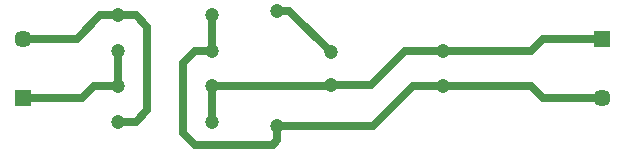
<source format=gtl>
G04*
G04 #@! TF.GenerationSoftware,Altium Limited,Altium Designer,24.5.2 (23)*
G04*
G04 Layer_Physical_Order=1*
G04 Layer_Color=255*
%FSLAX44Y44*%
%MOMM*%
G71*
G04*
G04 #@! TF.SameCoordinates,F5A7D25A-99A0-49D6-8A03-8BDFA9006FF5*
G04*
G04*
G04 #@! TF.FilePolarity,Positive*
G04*
G01*
G75*
%ADD16C,0.7000*%
%ADD17C,1.2000*%
%ADD18C,1.4500*%
%ADD19R,1.4500X1.4500*%
D16*
X280000Y129000D02*
X315000Y94000D01*
X270000Y129000D02*
X280000D01*
X265900Y15000D02*
X270000Y19101D01*
X200000Y15000D02*
X265900D01*
X270000Y19101D02*
Y31000D01*
X410000Y95000D02*
X485000D01*
X495250Y105250D02*
X545000D01*
X485000Y95000D02*
X495250Y105250D01*
X385000Y65000D02*
X410000D01*
X351000Y31000D02*
X385000Y65000D01*
X270000Y31000D02*
X351000D01*
X378000Y95000D02*
X410000D01*
X349000Y66000D02*
X378000Y95000D01*
X315000Y66000D02*
X349000D01*
X215500Y65500D02*
X314500D01*
X315000Y66000D01*
X215000Y65000D02*
X215500Y65500D01*
X215000Y35000D02*
Y65000D01*
X190000Y25000D02*
Y85000D01*
X200000Y95000D02*
X215000D01*
X190000Y85000D02*
X200000Y95000D01*
X190000Y25000D02*
X200000Y15000D01*
X150000Y125000D02*
X160000Y115000D01*
X150000Y35000D02*
X160000Y45000D01*
Y115000D01*
X135000Y35000D02*
X150000D01*
X135000Y125000D02*
X150000D01*
X495250Y54750D02*
X545000D01*
X485000Y65000D02*
X495250Y54750D01*
X410000Y65000D02*
X485000D01*
X135000Y65000D02*
Y95000D01*
X215000D02*
Y125000D01*
X120000Y125000D02*
X135000D01*
X135000Y125000D01*
X100250Y105250D02*
X120000Y125000D01*
X55000Y105250D02*
X100250D01*
X115000Y65000D02*
X135000D01*
X104750Y54750D02*
X115000Y65000D01*
X55000Y54750D02*
X104750D01*
D17*
X410000Y65000D02*
D03*
Y95000D02*
D03*
X270000Y31000D02*
D03*
Y129000D02*
D03*
X315000Y94000D02*
D03*
Y66000D02*
D03*
X135000Y125000D02*
D03*
X215000D02*
D03*
X135000Y95000D02*
D03*
X215000D02*
D03*
Y65000D02*
D03*
X135000D02*
D03*
X215000Y35000D02*
D03*
X135000D02*
D03*
D18*
X55000Y105250D02*
D03*
X545000Y54750D02*
D03*
D19*
X55000Y54750D02*
D03*
X545000Y105250D02*
D03*
M02*

</source>
